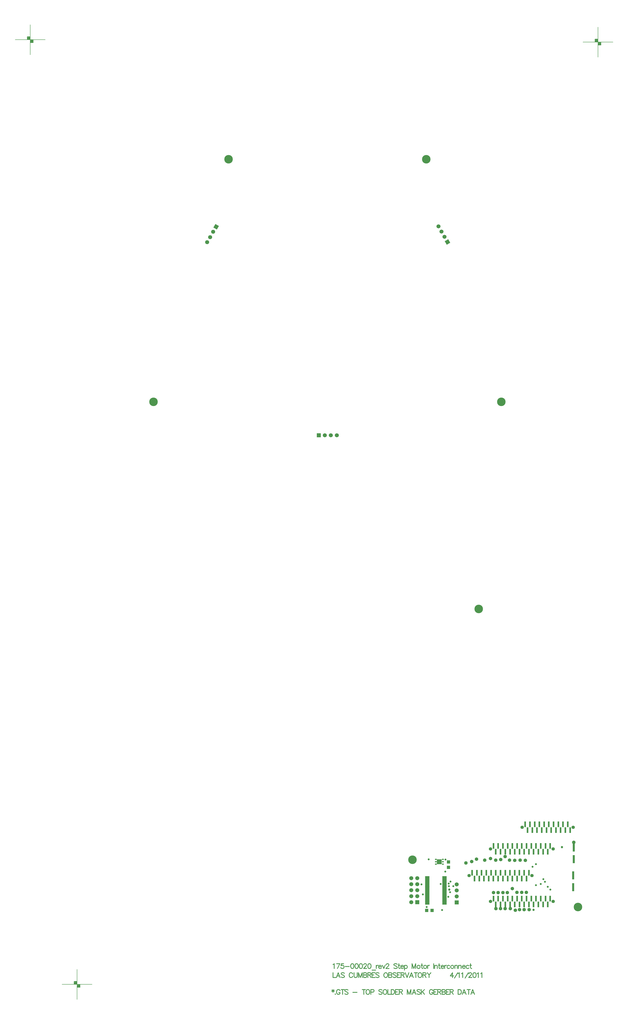
<source format=gts>
%FSLAX23Y23*%
%MOIN*%
G70*
G01*
G75*
G04 Layer_Color=8388736*
%ADD10R,0.050X0.050*%
%ADD11R,0.022X0.085*%
%ADD12R,0.030X0.125*%
%ADD13O,0.069X0.012*%
%ADD14R,0.071X0.075*%
%ADD15O,0.024X0.010*%
%ADD16R,0.050X0.050*%
%ADD17C,0.010*%
%ADD18C,0.025*%
%ADD19C,0.030*%
%ADD20C,0.020*%
%ADD21C,0.005*%
%ADD22C,0.012*%
%ADD23C,0.008*%
%ADD24C,0.012*%
%ADD25C,0.012*%
%ADD26R,0.059X0.059*%
%ADD27C,0.059*%
%ADD28P,0.084X4X285.0*%
%ADD29C,0.047*%
%ADD30C,0.024*%
%ADD31R,0.059X0.059*%
%ADD32P,0.084X4X165.0*%
%ADD33C,0.134*%
%ADD34C,0.030*%
%ADD35C,0.050*%
%ADD36C,0.075*%
%ADD37C,0.010*%
%ADD38C,0.010*%
%ADD39C,0.024*%
%ADD40C,0.008*%
%ADD41C,0.007*%
%ADD42R,0.323X0.177*%
%ADD43R,0.058X0.058*%
%ADD44R,0.030X0.093*%
%ADD45R,0.038X0.133*%
%ADD46O,0.077X0.020*%
%ADD47R,0.079X0.083*%
%ADD48O,0.032X0.018*%
%ADD49R,0.058X0.058*%
%ADD50R,0.067X0.067*%
%ADD51C,0.067*%
%ADD52P,0.095X4X285.0*%
%ADD53C,0.055*%
%ADD54C,0.032*%
%ADD55R,0.067X0.067*%
%ADD56P,0.095X4X165.0*%
%ADD57C,0.142*%
%ADD58C,0.038*%
%ADD59C,0.058*%
D22*
X39060Y19499D02*
Y19453D01*
X39041Y19488D02*
X39079Y19465D01*
Y19488D02*
X39041Y19465D01*
X39099Y19427D02*
X39095Y19423D01*
X39099Y19419D01*
X39103Y19423D01*
X39099Y19427D01*
X39177Y19480D02*
X39173Y19488D01*
X39166Y19495D01*
X39158Y19499D01*
X39143D01*
X39135Y19495D01*
X39128Y19488D01*
X39124Y19480D01*
X39120Y19469D01*
Y19450D01*
X39124Y19438D01*
X39128Y19431D01*
X39135Y19423D01*
X39143Y19419D01*
X39158D01*
X39166Y19423D01*
X39173Y19431D01*
X39177Y19438D01*
Y19450D01*
X39158D02*
X39177D01*
X39222Y19499D02*
Y19419D01*
X39196Y19499D02*
X39249D01*
X39312Y19488D02*
X39304Y19495D01*
X39293Y19499D01*
X39277D01*
X39266Y19495D01*
X39258Y19488D01*
Y19480D01*
X39262Y19472D01*
X39266Y19469D01*
X39274Y19465D01*
X39297Y19457D01*
X39304Y19453D01*
X39308Y19450D01*
X39312Y19442D01*
Y19431D01*
X39304Y19423D01*
X39293Y19419D01*
X39277D01*
X39266Y19423D01*
X39258Y19431D01*
X39392Y19453D02*
X39461D01*
X39574Y19499D02*
Y19419D01*
X39548Y19499D02*
X39601D01*
X39633D02*
X39626Y19495D01*
X39618Y19488D01*
X39614Y19480D01*
X39610Y19469D01*
Y19450D01*
X39614Y19438D01*
X39618Y19431D01*
X39626Y19423D01*
X39633Y19419D01*
X39648D01*
X39656Y19423D01*
X39664Y19431D01*
X39667Y19438D01*
X39671Y19450D01*
Y19469D01*
X39667Y19480D01*
X39664Y19488D01*
X39656Y19495D01*
X39648Y19499D01*
X39633D01*
X39690Y19457D02*
X39724D01*
X39736Y19461D01*
X39739Y19465D01*
X39743Y19472D01*
Y19484D01*
X39739Y19492D01*
X39736Y19495D01*
X39724Y19499D01*
X39690D01*
Y19419D01*
X39877Y19488D02*
X39870Y19495D01*
X39858Y19499D01*
X39843D01*
X39832Y19495D01*
X39824Y19488D01*
Y19480D01*
X39828Y19472D01*
X39832Y19469D01*
X39839Y19465D01*
X39862Y19457D01*
X39870Y19453D01*
X39874Y19450D01*
X39877Y19442D01*
Y19431D01*
X39870Y19423D01*
X39858Y19419D01*
X39843D01*
X39832Y19423D01*
X39824Y19431D01*
X39918Y19499D02*
X39910Y19495D01*
X39903Y19488D01*
X39899Y19480D01*
X39895Y19469D01*
Y19450D01*
X39899Y19438D01*
X39903Y19431D01*
X39910Y19423D01*
X39918Y19419D01*
X39933D01*
X39941Y19423D01*
X39949Y19431D01*
X39952Y19438D01*
X39956Y19450D01*
Y19469D01*
X39952Y19480D01*
X39949Y19488D01*
X39941Y19495D01*
X39933Y19499D01*
X39918D01*
X39975D02*
Y19419D01*
X40021D01*
X40029Y19499D02*
Y19419D01*
Y19499D02*
X40056D01*
X40067Y19495D01*
X40075Y19488D01*
X40079Y19480D01*
X40083Y19469D01*
Y19450D01*
X40079Y19438D01*
X40075Y19431D01*
X40067Y19423D01*
X40056Y19419D01*
X40029D01*
X40150Y19499D02*
X40101D01*
Y19419D01*
X40150D01*
X40101Y19461D02*
X40131D01*
X40163Y19499D02*
Y19419D01*
Y19499D02*
X40198D01*
X40209Y19495D01*
X40213Y19492D01*
X40217Y19484D01*
Y19476D01*
X40213Y19469D01*
X40209Y19465D01*
X40198Y19461D01*
X40163D01*
X40190D02*
X40217Y19419D01*
X40297Y19499D02*
Y19419D01*
Y19499D02*
X40328Y19419D01*
X40358Y19499D02*
X40328Y19419D01*
X40358Y19499D02*
Y19419D01*
X40442D02*
X40412Y19499D01*
X40381Y19419D01*
X40393Y19446D02*
X40431D01*
X40514Y19488D02*
X40507Y19495D01*
X40495Y19499D01*
X40480D01*
X40468Y19495D01*
X40461Y19488D01*
Y19480D01*
X40465Y19472D01*
X40468Y19469D01*
X40476Y19465D01*
X40499Y19457D01*
X40507Y19453D01*
X40510Y19450D01*
X40514Y19442D01*
Y19431D01*
X40507Y19423D01*
X40495Y19419D01*
X40480D01*
X40468Y19423D01*
X40461Y19431D01*
X40532Y19499D02*
Y19419D01*
X40585Y19499D02*
X40532Y19446D01*
X40551Y19465D02*
X40585Y19419D01*
X40723Y19480D02*
X40719Y19488D01*
X40712Y19495D01*
X40704Y19499D01*
X40689D01*
X40681Y19495D01*
X40674Y19488D01*
X40670Y19480D01*
X40666Y19469D01*
Y19450D01*
X40670Y19438D01*
X40674Y19431D01*
X40681Y19423D01*
X40689Y19419D01*
X40704D01*
X40712Y19423D01*
X40719Y19431D01*
X40723Y19438D01*
Y19450D01*
X40704D02*
X40723D01*
X40791Y19499D02*
X40742D01*
Y19419D01*
X40791D01*
X40742Y19461D02*
X40772D01*
X40804Y19499D02*
Y19419D01*
Y19499D02*
X40839D01*
X40850Y19495D01*
X40854Y19492D01*
X40858Y19484D01*
Y19476D01*
X40854Y19469D01*
X40850Y19465D01*
X40839Y19461D01*
X40804D01*
X40831D02*
X40858Y19419D01*
X40876Y19499D02*
Y19419D01*
Y19499D02*
X40910D01*
X40921Y19495D01*
X40925Y19492D01*
X40929Y19484D01*
Y19476D01*
X40925Y19469D01*
X40921Y19465D01*
X40910Y19461D01*
X40876D02*
X40910D01*
X40921Y19457D01*
X40925Y19453D01*
X40929Y19446D01*
Y19434D01*
X40925Y19427D01*
X40921Y19423D01*
X40910Y19419D01*
X40876D01*
X40996Y19499D02*
X40947D01*
Y19419D01*
X40996D01*
X40947Y19461D02*
X40977D01*
X41010Y19499D02*
Y19419D01*
Y19499D02*
X41044D01*
X41055Y19495D01*
X41059Y19492D01*
X41063Y19484D01*
Y19476D01*
X41059Y19469D01*
X41055Y19465D01*
X41044Y19461D01*
X41010D01*
X41036D02*
X41063Y19419D01*
X41144Y19499D02*
Y19419D01*
Y19499D02*
X41170D01*
X41182Y19495D01*
X41189Y19488D01*
X41193Y19480D01*
X41197Y19469D01*
Y19450D01*
X41193Y19438D01*
X41189Y19431D01*
X41182Y19423D01*
X41170Y19419D01*
X41144D01*
X41276D02*
X41245Y19499D01*
X41215Y19419D01*
X41226Y19446D02*
X41264D01*
X41321Y19499D02*
Y19419D01*
X41295Y19499D02*
X41348D01*
X41418Y19419D02*
X41388Y19499D01*
X41357Y19419D01*
X41369Y19446D02*
X41407D01*
D23*
X43223Y35265D02*
X43723D01*
X43473Y35015D02*
Y35515D01*
X43423Y35265D02*
Y35315D01*
X43473D01*
X43523Y35215D02*
Y35265D01*
X43473Y35215D02*
X43523D01*
X43478Y35260D02*
X43518D01*
Y35220D02*
Y35260D01*
X43478Y35220D02*
X43518D01*
X43478D02*
Y35260D01*
X43483Y35255D02*
X43513D01*
Y35225D02*
Y35255D01*
X43483Y35225D02*
X43513D01*
X43483D02*
Y35250D01*
X43488D02*
X43508D01*
Y35230D02*
Y35250D01*
X43488Y35230D02*
X43508D01*
X43488D02*
Y35245D01*
X43493D02*
X43503D01*
Y35235D02*
Y35245D01*
X43493Y35235D02*
X43503D01*
X43493D02*
Y35245D01*
Y35240D02*
X43503D01*
X43428Y35310D02*
X43468D01*
Y35270D02*
Y35310D01*
X43428Y35270D02*
X43468D01*
X43428D02*
Y35310D01*
X43433Y35305D02*
X43463D01*
Y35275D02*
Y35305D01*
X43433Y35275D02*
X43463D01*
X43433D02*
Y35300D01*
X43438D02*
X43458D01*
Y35280D02*
Y35300D01*
X43438Y35280D02*
X43458D01*
X43438D02*
Y35295D01*
X43443D02*
X43453D01*
Y35285D02*
Y35295D01*
X43443Y35285D02*
X43453D01*
X43443D02*
Y35295D01*
Y35290D02*
X43453D01*
X34548Y19586D02*
X35048D01*
X34798Y19336D02*
Y19836D01*
X34748Y19586D02*
Y19636D01*
X34798D01*
X34848Y19536D02*
Y19586D01*
X34798Y19536D02*
X34848D01*
X34803Y19581D02*
X34843D01*
Y19541D02*
Y19581D01*
X34803Y19541D02*
X34843D01*
X34803D02*
Y19581D01*
X34808Y19576D02*
X34838D01*
Y19546D02*
Y19576D01*
X34808Y19546D02*
X34838D01*
X34808D02*
Y19571D01*
X34813D02*
X34833D01*
Y19551D02*
Y19571D01*
X34813Y19551D02*
X34833D01*
X34813D02*
Y19566D01*
X34818D02*
X34828D01*
Y19556D02*
Y19566D01*
X34818Y19556D02*
X34828D01*
X34818D02*
Y19566D01*
Y19561D02*
X34828D01*
X34753Y19631D02*
X34793D01*
Y19591D02*
Y19631D01*
X34753Y19591D02*
X34793D01*
X34753D02*
Y19631D01*
X34758Y19626D02*
X34788D01*
Y19596D02*
Y19626D01*
X34758Y19596D02*
X34788D01*
X34758D02*
Y19621D01*
X34763D02*
X34783D01*
Y19601D02*
Y19621D01*
X34763Y19601D02*
X34783D01*
X34763D02*
Y19616D01*
X34768D02*
X34778D01*
Y19606D02*
Y19616D01*
X34768Y19606D02*
X34778D01*
X34768D02*
Y19616D01*
Y19611D02*
X34778D01*
X33767Y35306D02*
X34267D01*
X34017Y35056D02*
Y35556D01*
X33967Y35306D02*
Y35356D01*
X34017D01*
X34067Y35256D02*
Y35306D01*
X34017Y35256D02*
X34067D01*
X34022Y35301D02*
X34062D01*
Y35261D02*
Y35301D01*
X34022Y35261D02*
X34062D01*
X34022D02*
Y35301D01*
X34027Y35296D02*
X34057D01*
Y35266D02*
Y35296D01*
X34027Y35266D02*
X34057D01*
X34027D02*
Y35291D01*
X34032D02*
X34052D01*
Y35271D02*
Y35291D01*
X34032Y35271D02*
X34052D01*
X34032D02*
Y35286D01*
X34037D02*
X34047D01*
Y35276D02*
Y35286D01*
X34037Y35276D02*
X34047D01*
X34037D02*
Y35286D01*
Y35281D02*
X34047D01*
X33972Y35351D02*
X34012D01*
Y35311D02*
Y35351D01*
X33972Y35311D02*
X34012D01*
X33972D02*
Y35351D01*
X33977Y35346D02*
X34007D01*
Y35316D02*
Y35346D01*
X33977Y35316D02*
X34007D01*
X33977D02*
Y35341D01*
X33982D02*
X34002D01*
Y35321D02*
Y35341D01*
X33982Y35321D02*
X34002D01*
X33982D02*
Y35336D01*
X33987D02*
X33997D01*
Y35326D02*
Y35336D01*
X33987Y35326D02*
X33997D01*
X33987D02*
Y35336D01*
Y35331D02*
X33997D01*
D24*
X39062Y19915D02*
X39069Y19918D01*
X39081Y19930D01*
Y19850D01*
X39174Y19930D02*
X39135Y19850D01*
X39120Y19930D02*
X39174D01*
X39237D02*
X39199D01*
X39195Y19895D01*
X39199Y19899D01*
X39211Y19903D01*
X39222D01*
X39233Y19899D01*
X39241Y19892D01*
X39245Y19880D01*
Y19873D01*
X39241Y19861D01*
X39233Y19854D01*
X39222Y19850D01*
X39211D01*
X39199Y19854D01*
X39195Y19857D01*
X39191Y19865D01*
X39263Y19884D02*
X39331D01*
X39378Y19930D02*
X39366Y19926D01*
X39359Y19915D01*
X39355Y19895D01*
Y19884D01*
X39359Y19865D01*
X39366Y19854D01*
X39378Y19850D01*
X39385D01*
X39397Y19854D01*
X39404Y19865D01*
X39408Y19884D01*
Y19895D01*
X39404Y19915D01*
X39397Y19926D01*
X39385Y19930D01*
X39378D01*
X39449D02*
X39438Y19926D01*
X39430Y19915D01*
X39426Y19895D01*
Y19884D01*
X39430Y19865D01*
X39438Y19854D01*
X39449Y19850D01*
X39457D01*
X39468Y19854D01*
X39476Y19865D01*
X39479Y19884D01*
Y19895D01*
X39476Y19915D01*
X39468Y19926D01*
X39457Y19930D01*
X39449D01*
X39520D02*
X39509Y19926D01*
X39501Y19915D01*
X39497Y19895D01*
Y19884D01*
X39501Y19865D01*
X39509Y19854D01*
X39520Y19850D01*
X39528D01*
X39539Y19854D01*
X39547Y19865D01*
X39551Y19884D01*
Y19895D01*
X39547Y19915D01*
X39539Y19926D01*
X39528Y19930D01*
X39520D01*
X39572Y19911D02*
Y19915D01*
X39576Y19922D01*
X39580Y19926D01*
X39588Y19930D01*
X39603D01*
X39610Y19926D01*
X39614Y19922D01*
X39618Y19915D01*
Y19907D01*
X39614Y19899D01*
X39607Y19888D01*
X39569Y19850D01*
X39622D01*
X39663Y19930D02*
X39651Y19926D01*
X39644Y19915D01*
X39640Y19895D01*
Y19884D01*
X39644Y19865D01*
X39651Y19854D01*
X39663Y19850D01*
X39670D01*
X39682Y19854D01*
X39689Y19865D01*
X39693Y19884D01*
Y19895D01*
X39689Y19915D01*
X39682Y19926D01*
X39670Y19930D01*
X39663D01*
X39711Y19823D02*
X39772D01*
X39782Y19903D02*
Y19850D01*
Y19880D02*
X39786Y19892D01*
X39794Y19899D01*
X39801Y19903D01*
X39813D01*
X39820Y19880D02*
X39866D01*
Y19888D01*
X39862Y19895D01*
X39858Y19899D01*
X39850Y19903D01*
X39839D01*
X39831Y19899D01*
X39824Y19892D01*
X39820Y19880D01*
Y19873D01*
X39824Y19861D01*
X39831Y19854D01*
X39839Y19850D01*
X39850D01*
X39858Y19854D01*
X39866Y19861D01*
X39883Y19903D02*
X39906Y19850D01*
X39928Y19903D02*
X39906Y19850D01*
X39945Y19911D02*
Y19915D01*
X39949Y19922D01*
X39953Y19926D01*
X39960Y19930D01*
X39976D01*
X39983Y19926D01*
X39987Y19922D01*
X39991Y19915D01*
Y19907D01*
X39987Y19899D01*
X39979Y19888D01*
X39941Y19850D01*
X39995D01*
X40129Y19918D02*
X40121Y19926D01*
X40110Y19930D01*
X40095D01*
X40083Y19926D01*
X40075Y19918D01*
Y19911D01*
X40079Y19903D01*
X40083Y19899D01*
X40091Y19895D01*
X40114Y19888D01*
X40121Y19884D01*
X40125Y19880D01*
X40129Y19873D01*
Y19861D01*
X40121Y19854D01*
X40110Y19850D01*
X40095D01*
X40083Y19854D01*
X40075Y19861D01*
X40158Y19930D02*
Y19865D01*
X40162Y19854D01*
X40170Y19850D01*
X40177D01*
X40147Y19903D02*
X40173D01*
X40189Y19880D02*
X40234D01*
Y19888D01*
X40230Y19895D01*
X40227Y19899D01*
X40219Y19903D01*
X40208D01*
X40200Y19899D01*
X40192Y19892D01*
X40189Y19880D01*
Y19873D01*
X40192Y19861D01*
X40200Y19854D01*
X40208Y19850D01*
X40219D01*
X40227Y19854D01*
X40234Y19861D01*
X40251Y19903D02*
Y19823D01*
Y19892D02*
X40259Y19899D01*
X40267Y19903D01*
X40278D01*
X40286Y19899D01*
X40293Y19892D01*
X40297Y19880D01*
Y19873D01*
X40293Y19861D01*
X40286Y19854D01*
X40278Y19850D01*
X40267D01*
X40259Y19854D01*
X40251Y19861D01*
X40377Y19930D02*
Y19850D01*
Y19930D02*
X40408Y19850D01*
X40438Y19930D02*
X40408Y19850D01*
X40438Y19930D02*
Y19850D01*
X40480Y19903D02*
X40472Y19899D01*
X40465Y19892D01*
X40461Y19880D01*
Y19873D01*
X40465Y19861D01*
X40472Y19854D01*
X40480Y19850D01*
X40491D01*
X40499Y19854D01*
X40507Y19861D01*
X40510Y19873D01*
Y19880D01*
X40507Y19892D01*
X40499Y19899D01*
X40491Y19903D01*
X40480D01*
X40539Y19930D02*
Y19865D01*
X40543Y19854D01*
X40551Y19850D01*
X40558D01*
X40528Y19903D02*
X40555D01*
X40589D02*
X40581Y19899D01*
X40574Y19892D01*
X40570Y19880D01*
Y19873D01*
X40574Y19861D01*
X40581Y19854D01*
X40589Y19850D01*
X40600D01*
X40608Y19854D01*
X40616Y19861D01*
X40619Y19873D01*
Y19880D01*
X40616Y19892D01*
X40608Y19899D01*
X40600Y19903D01*
X40589D01*
X40637D02*
Y19850D01*
Y19880D02*
X40641Y19892D01*
X40648Y19899D01*
X40656Y19903D01*
X40667D01*
X40737Y19930D02*
Y19850D01*
X40754Y19903D02*
Y19850D01*
Y19888D02*
X40766Y19899D01*
X40773Y19903D01*
X40785D01*
X40792Y19899D01*
X40796Y19888D01*
Y19850D01*
X40828Y19930D02*
Y19865D01*
X40832Y19854D01*
X40840Y19850D01*
X40848D01*
X40817Y19903D02*
X40844D01*
X40859Y19880D02*
X40905D01*
Y19888D01*
X40901Y19895D01*
X40897Y19899D01*
X40889Y19903D01*
X40878D01*
X40870Y19899D01*
X40863Y19892D01*
X40859Y19880D01*
Y19873D01*
X40863Y19861D01*
X40870Y19854D01*
X40878Y19850D01*
X40889D01*
X40897Y19854D01*
X40905Y19861D01*
X40922Y19903D02*
Y19850D01*
Y19880D02*
X40926Y19892D01*
X40933Y19899D01*
X40941Y19903D01*
X40952D01*
X41005Y19892D02*
X40998Y19899D01*
X40990Y19903D01*
X40979D01*
X40971Y19899D01*
X40963Y19892D01*
X40959Y19880D01*
Y19873D01*
X40963Y19861D01*
X40971Y19854D01*
X40979Y19850D01*
X40990D01*
X40998Y19854D01*
X41005Y19861D01*
X41041Y19903D02*
X41034Y19899D01*
X41026Y19892D01*
X41022Y19880D01*
Y19873D01*
X41026Y19861D01*
X41034Y19854D01*
X41041Y19850D01*
X41053D01*
X41060Y19854D01*
X41068Y19861D01*
X41072Y19873D01*
Y19880D01*
X41068Y19892D01*
X41060Y19899D01*
X41053Y19903D01*
X41041D01*
X41089D02*
Y19850D01*
Y19888D02*
X41101Y19899D01*
X41108Y19903D01*
X41120D01*
X41127Y19899D01*
X41131Y19888D01*
Y19850D01*
X41152Y19903D02*
Y19850D01*
Y19888D02*
X41164Y19899D01*
X41171Y19903D01*
X41183D01*
X41190Y19899D01*
X41194Y19888D01*
Y19850D01*
X41215Y19880D02*
X41261D01*
Y19888D01*
X41257Y19895D01*
X41253Y19899D01*
X41246Y19903D01*
X41234D01*
X41226Y19899D01*
X41219Y19892D01*
X41215Y19880D01*
Y19873D01*
X41219Y19861D01*
X41226Y19854D01*
X41234Y19850D01*
X41246D01*
X41253Y19854D01*
X41261Y19861D01*
X41324Y19892D02*
X41316Y19899D01*
X41308Y19903D01*
X41297D01*
X41289Y19899D01*
X41282Y19892D01*
X41278Y19880D01*
Y19873D01*
X41282Y19861D01*
X41289Y19854D01*
X41297Y19850D01*
X41308D01*
X41316Y19854D01*
X41324Y19861D01*
X41352Y19930D02*
Y19865D01*
X41356Y19854D01*
X41364Y19850D01*
X41371D01*
X41341Y19903D02*
X41367D01*
D25*
X39062Y19780D02*
Y19700D01*
X39107D01*
X39177D02*
X39147Y19780D01*
X39116Y19700D01*
X39127Y19726D02*
X39166D01*
X39249Y19768D02*
X39241Y19776D01*
X39230Y19780D01*
X39215D01*
X39203Y19776D01*
X39196Y19768D01*
Y19761D01*
X39199Y19753D01*
X39203Y19749D01*
X39211Y19745D01*
X39234Y19738D01*
X39241Y19734D01*
X39245Y19730D01*
X39249Y19723D01*
Y19711D01*
X39241Y19704D01*
X39230Y19700D01*
X39215D01*
X39203Y19704D01*
X39196Y19711D01*
X39387Y19761D02*
X39383Y19768D01*
X39375Y19776D01*
X39368Y19780D01*
X39353D01*
X39345Y19776D01*
X39337Y19768D01*
X39334Y19761D01*
X39330Y19749D01*
Y19730D01*
X39334Y19719D01*
X39337Y19711D01*
X39345Y19704D01*
X39353Y19700D01*
X39368D01*
X39375Y19704D01*
X39383Y19711D01*
X39387Y19719D01*
X39409Y19780D02*
Y19723D01*
X39413Y19711D01*
X39421Y19704D01*
X39432Y19700D01*
X39440D01*
X39451Y19704D01*
X39459Y19711D01*
X39463Y19723D01*
Y19780D01*
X39485D02*
Y19700D01*
Y19780D02*
X39515Y19700D01*
X39546Y19780D02*
X39515Y19700D01*
X39546Y19780D02*
Y19700D01*
X39569Y19780D02*
Y19700D01*
Y19780D02*
X39603D01*
X39614Y19776D01*
X39618Y19772D01*
X39622Y19764D01*
Y19757D01*
X39618Y19749D01*
X39614Y19745D01*
X39603Y19742D01*
X39569D02*
X39603D01*
X39614Y19738D01*
X39618Y19734D01*
X39622Y19726D01*
Y19715D01*
X39618Y19707D01*
X39614Y19704D01*
X39603Y19700D01*
X39569D01*
X39640Y19780D02*
Y19700D01*
Y19780D02*
X39674D01*
X39685Y19776D01*
X39689Y19772D01*
X39693Y19764D01*
Y19757D01*
X39689Y19749D01*
X39685Y19745D01*
X39674Y19742D01*
X39640D01*
X39666D02*
X39693Y19700D01*
X39760Y19780D02*
X39711D01*
Y19700D01*
X39760D01*
X39711Y19742D02*
X39741D01*
X39827Y19768D02*
X39820Y19776D01*
X39808Y19780D01*
X39793D01*
X39781Y19776D01*
X39774Y19768D01*
Y19761D01*
X39778Y19753D01*
X39781Y19749D01*
X39789Y19745D01*
X39812Y19738D01*
X39820Y19734D01*
X39823Y19730D01*
X39827Y19723D01*
Y19711D01*
X39820Y19704D01*
X39808Y19700D01*
X39793D01*
X39781Y19704D01*
X39774Y19711D01*
X39931Y19780D02*
X39923Y19776D01*
X39916Y19768D01*
X39912Y19761D01*
X39908Y19749D01*
Y19730D01*
X39912Y19719D01*
X39916Y19711D01*
X39923Y19704D01*
X39931Y19700D01*
X39946D01*
X39954Y19704D01*
X39961Y19711D01*
X39965Y19719D01*
X39969Y19730D01*
Y19749D01*
X39965Y19761D01*
X39961Y19768D01*
X39954Y19776D01*
X39946Y19780D01*
X39931D01*
X39987D02*
Y19700D01*
Y19780D02*
X40022D01*
X40033Y19776D01*
X40037Y19772D01*
X40041Y19764D01*
Y19757D01*
X40037Y19749D01*
X40033Y19745D01*
X40022Y19742D01*
X39987D02*
X40022D01*
X40033Y19738D01*
X40037Y19734D01*
X40041Y19726D01*
Y19715D01*
X40037Y19707D01*
X40033Y19704D01*
X40022Y19700D01*
X39987D01*
X40112Y19768D02*
X40104Y19776D01*
X40093Y19780D01*
X40078D01*
X40066Y19776D01*
X40059Y19768D01*
Y19761D01*
X40063Y19753D01*
X40066Y19749D01*
X40074Y19745D01*
X40097Y19738D01*
X40104Y19734D01*
X40108Y19730D01*
X40112Y19723D01*
Y19711D01*
X40104Y19704D01*
X40093Y19700D01*
X40078D01*
X40066Y19704D01*
X40059Y19711D01*
X40179Y19780D02*
X40130D01*
Y19700D01*
X40179D01*
X40130Y19742D02*
X40160D01*
X40193Y19780D02*
Y19700D01*
Y19780D02*
X40227D01*
X40238Y19776D01*
X40242Y19772D01*
X40246Y19764D01*
Y19757D01*
X40242Y19749D01*
X40238Y19745D01*
X40227Y19742D01*
X40193D01*
X40219D02*
X40246Y19700D01*
X40264Y19780D02*
X40294Y19700D01*
X40325Y19780D02*
X40294Y19700D01*
X40396D02*
X40366Y19780D01*
X40335Y19700D01*
X40347Y19726D02*
X40385D01*
X40441Y19780D02*
Y19700D01*
X40415Y19780D02*
X40468D01*
X40501D02*
X40493Y19776D01*
X40485Y19768D01*
X40481Y19761D01*
X40478Y19749D01*
Y19730D01*
X40481Y19719D01*
X40485Y19711D01*
X40493Y19704D01*
X40501Y19700D01*
X40516D01*
X40523Y19704D01*
X40531Y19711D01*
X40535Y19719D01*
X40539Y19730D01*
Y19749D01*
X40535Y19761D01*
X40531Y19768D01*
X40523Y19776D01*
X40516Y19780D01*
X40501D01*
X40557D02*
Y19700D01*
Y19780D02*
X40592D01*
X40603Y19776D01*
X40607Y19772D01*
X40611Y19764D01*
Y19757D01*
X40607Y19749D01*
X40603Y19745D01*
X40592Y19742D01*
X40557D01*
X40584D02*
X40611Y19700D01*
X40629Y19780D02*
X40659Y19742D01*
Y19700D01*
X40689Y19780D02*
X40659Y19742D01*
X41052Y19780D02*
X41014Y19726D01*
X41071D01*
X41052Y19780D02*
Y19700D01*
X41085Y19688D02*
X41138Y19780D01*
X41144Y19764D02*
X41151Y19768D01*
X41163Y19780D01*
Y19700D01*
X41202Y19764D02*
X41210Y19768D01*
X41222Y19780D01*
Y19700D01*
X41261Y19688D02*
X41314Y19780D01*
X41324Y19761D02*
Y19764D01*
X41327Y19772D01*
X41331Y19776D01*
X41339Y19780D01*
X41354D01*
X41362Y19776D01*
X41365Y19772D01*
X41369Y19764D01*
Y19757D01*
X41365Y19749D01*
X41358Y19738D01*
X41320Y19700D01*
X41373D01*
X41414Y19780D02*
X41402Y19776D01*
X41395Y19764D01*
X41391Y19745D01*
Y19734D01*
X41395Y19715D01*
X41402Y19704D01*
X41414Y19700D01*
X41421D01*
X41433Y19704D01*
X41441Y19715D01*
X41444Y19734D01*
Y19745D01*
X41441Y19764D01*
X41433Y19776D01*
X41421Y19780D01*
X41414D01*
X41462Y19764D02*
X41470Y19768D01*
X41481Y19780D01*
Y19700D01*
X41521Y19764D02*
X41528Y19768D01*
X41540Y19780D01*
Y19700D01*
D43*
X40620Y20816D02*
D03*
X40710D02*
D03*
D44*
X42323Y21444D02*
D03*
X42244D02*
D03*
X42165D02*
D03*
X42283Y21347D02*
D03*
X42205D02*
D03*
X41378Y21444D02*
D03*
X41417Y21347D02*
D03*
X41457Y21444D02*
D03*
X41496Y21347D02*
D03*
X41535Y21444D02*
D03*
X41575Y21347D02*
D03*
X41614Y21444D02*
D03*
X41654Y21347D02*
D03*
X41693Y21444D02*
D03*
X41732Y21347D02*
D03*
X41772Y21444D02*
D03*
X41811Y21347D02*
D03*
X41850Y21444D02*
D03*
X41890Y21347D02*
D03*
X41929Y21444D02*
D03*
X41969Y21347D02*
D03*
X42008Y21444D02*
D03*
X42047Y21347D02*
D03*
X42087Y21444D02*
D03*
X42126Y21347D02*
D03*
X42261Y22249D02*
D03*
X42301Y22152D02*
D03*
X42340Y22249D02*
D03*
X42379Y22152D02*
D03*
X42419Y22249D02*
D03*
X42458Y22152D02*
D03*
X42498Y22249D02*
D03*
X42537Y22152D02*
D03*
X42576Y22249D02*
D03*
X42616Y22152D02*
D03*
X42655Y22249D02*
D03*
X42694Y22152D02*
D03*
X42734Y22249D02*
D03*
X42773Y22152D02*
D03*
X42813Y22249D02*
D03*
X42852Y22152D02*
D03*
X42891Y22249D02*
D03*
X42931Y22152D02*
D03*
X42970Y22249D02*
D03*
X43009Y22152D02*
D03*
X42678Y21889D02*
D03*
X42599D02*
D03*
X42520D02*
D03*
X42638Y21792D02*
D03*
X42560D02*
D03*
X41733Y21889D02*
D03*
X41772Y21792D02*
D03*
X41812Y21889D02*
D03*
X41851Y21792D02*
D03*
X41890Y21889D02*
D03*
X41930Y21792D02*
D03*
X41969Y21889D02*
D03*
X42009Y21792D02*
D03*
X42048Y21889D02*
D03*
X42087Y21792D02*
D03*
X42127Y21889D02*
D03*
X42166Y21792D02*
D03*
X42205Y21889D02*
D03*
X42245Y21792D02*
D03*
X42284Y21889D02*
D03*
X42324Y21792D02*
D03*
X42363Y21889D02*
D03*
X42402Y21792D02*
D03*
X42442Y21889D02*
D03*
X42481Y21792D02*
D03*
X42678Y21014D02*
D03*
X42599D02*
D03*
X42520D02*
D03*
X42638Y20917D02*
D03*
X42560D02*
D03*
X41733Y21014D02*
D03*
X41772Y20917D02*
D03*
X41812Y21014D02*
D03*
X41851Y20917D02*
D03*
X41890Y21014D02*
D03*
X41930Y20917D02*
D03*
X41969Y21014D02*
D03*
X42009Y20917D02*
D03*
X42048Y21014D02*
D03*
X42087Y20917D02*
D03*
X42127Y21014D02*
D03*
X42166Y20917D02*
D03*
X42205Y21014D02*
D03*
X42245Y20917D02*
D03*
X42284Y21014D02*
D03*
X42324Y20917D02*
D03*
X42363Y21014D02*
D03*
X42402Y20917D02*
D03*
X42442Y21014D02*
D03*
X42481Y20917D02*
D03*
D45*
X43070Y21668D02*
D03*
Y21864D02*
D03*
X43060Y21203D02*
D03*
Y21399D02*
D03*
D46*
X40917Y20922D02*
D03*
Y20942D02*
D03*
Y20962D02*
D03*
Y20981D02*
D03*
Y21001D02*
D03*
Y21021D02*
D03*
Y21040D02*
D03*
Y21060D02*
D03*
Y21080D02*
D03*
Y21099D02*
D03*
X40917Y21119D02*
D03*
X40917Y21139D02*
D03*
Y21158D02*
D03*
Y21178D02*
D03*
Y21198D02*
D03*
Y21217D02*
D03*
Y21237D02*
D03*
Y21257D02*
D03*
Y21276D02*
D03*
Y21296D02*
D03*
Y21316D02*
D03*
Y21336D02*
D03*
Y21355D02*
D03*
Y21375D02*
D03*
X40632Y20922D02*
D03*
Y20942D02*
D03*
Y20962D02*
D03*
Y20981D02*
D03*
Y21001D02*
D03*
Y21021D02*
D03*
Y21040D02*
D03*
Y21060D02*
D03*
Y21080D02*
D03*
Y21099D02*
D03*
Y21119D02*
D03*
Y21139D02*
D03*
Y21158D02*
D03*
Y21178D02*
D03*
Y21198D02*
D03*
Y21217D02*
D03*
Y21237D02*
D03*
Y21257D02*
D03*
Y21276D02*
D03*
Y21296D02*
D03*
Y21316D02*
D03*
Y21336D02*
D03*
Y21355D02*
D03*
Y21375D02*
D03*
D47*
X40832Y21626D02*
D03*
D48*
X40890Y21666D02*
D03*
Y21626D02*
D03*
Y21587D02*
D03*
X40775D02*
D03*
Y21626D02*
D03*
Y21666D02*
D03*
D49*
X40984Y21624D02*
D03*
Y21534D02*
D03*
D50*
X40464Y20954D02*
D03*
X41120Y20951D02*
D03*
D51*
X40364Y20954D02*
D03*
X40464Y21054D02*
D03*
X40364Y21054D02*
D03*
X40464Y21154D02*
D03*
X40364D02*
D03*
X40464Y21254D02*
D03*
X40364D02*
D03*
X40464Y21354D02*
D03*
X40364D02*
D03*
X36963Y31935D02*
D03*
X37013Y32021D02*
D03*
X37063Y32108D02*
D03*
X41120Y21251D02*
D03*
Y21151D02*
D03*
Y21051D02*
D03*
X39123Y28724D02*
D03*
X39023D02*
D03*
X38923D02*
D03*
X40818Y32199D02*
D03*
X40868Y32113D02*
D03*
X40918Y32026D02*
D03*
D52*
X37113Y32194D02*
D03*
D53*
X41328Y21396D02*
D03*
X42373D02*
D03*
X42211Y22201D02*
D03*
X43060D02*
D03*
X41683Y21841D02*
D03*
X42728Y21841D02*
D03*
X41683Y20966D02*
D03*
X42728Y20966D02*
D03*
D54*
X40832Y21607D02*
D03*
Y21646D02*
D03*
X42442Y21237D02*
D03*
X42519Y21257D02*
D03*
X42565Y21335D02*
D03*
X42592Y21294D02*
D03*
X42638Y21211D02*
D03*
X40988Y21264D02*
D03*
X40878Y20824D02*
D03*
X40620Y20873D02*
D03*
X40930Y21463D02*
D03*
X40982Y21043D02*
D03*
X40855Y21256D02*
D03*
X40535Y21251D02*
D03*
X40557Y21083D02*
D03*
X42440Y21587D02*
D03*
X40933Y21663D02*
D03*
X40655Y21667D02*
D03*
X42385Y21542D02*
D03*
X40990Y21218D02*
D03*
X41018Y21295D02*
D03*
X42679Y21163D02*
D03*
X41010Y21119D02*
D03*
X41063Y21219D02*
D03*
D55*
X38823Y28724D02*
D03*
D56*
X40968Y31939D02*
D03*
D57*
X41865Y29279D02*
D03*
X40613Y33315D02*
D03*
X37321D02*
D03*
X36069Y29279D02*
D03*
X41487Y25834D02*
D03*
X43140Y20874D02*
D03*
X40384Y21661D02*
D03*
D58*
X40997Y21163D02*
D03*
X42400Y20826D02*
D03*
X42874Y21870D02*
D03*
D59*
X41683Y21679D02*
D03*
X41855Y21662D02*
D03*
X41588Y21654D02*
D03*
X41451Y21671D02*
D03*
X41370Y21631D02*
D03*
X41274Y21607D02*
D03*
X42002Y21653D02*
D03*
X42087Y21651D02*
D03*
X42178Y21653D02*
D03*
X42263Y21649D02*
D03*
X41928Y21713D02*
D03*
X41927Y20846D02*
D03*
X41852D02*
D03*
X41773D02*
D03*
X42014D02*
D03*
X41733Y21113D02*
D03*
X41812D02*
D03*
X41890D02*
D03*
X41965D02*
D03*
X42048Y21180D02*
D03*
X42124Y21115D02*
D03*
X42204D02*
D03*
X42280D02*
D03*
X43070Y21949D02*
D03*
X42096Y20820D02*
D03*
X42166Y20828D02*
D03*
X42244D02*
D03*
X42326D02*
D03*
X41770Y21653D02*
D03*
M02*

</source>
